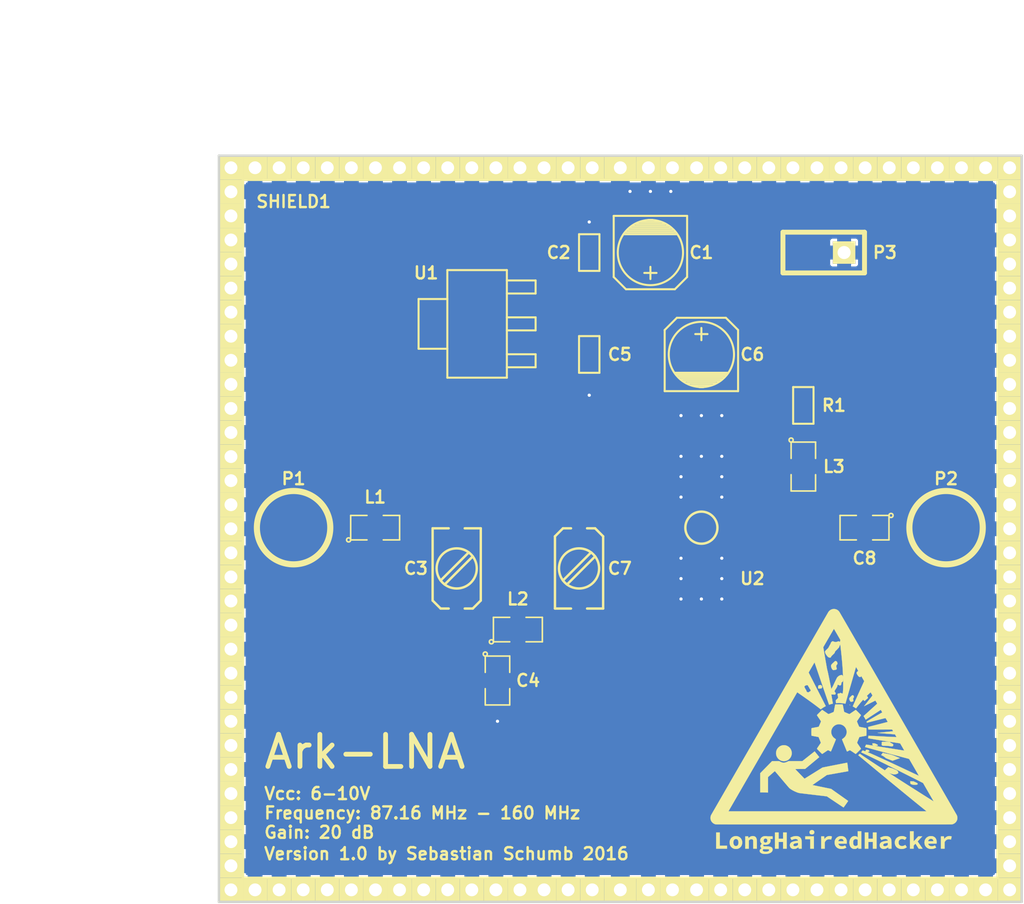
<source format=kicad_pcb>
(kicad_pcb (version 4) (host pcbnew "(2016-01-30 BZR 6528, Git 351752f)-product")
  (layers (0 F.Cu signal) (31 B.Cu signal hide) (34 B.Paste user) (35 F.Paste user) (36 B.SilkS user) (37 F.SilkS user) (38 B.Mask user) (39 F.Mask user) (44 Edge.Cuts user))
  (net 0 "")
  (net 1 GND)
  (net 2 "Net-(C3-Pad2)")
  (net 3 "Net-(C3-Pad1)")
  (net 4 +5V)
  (net 5 "Net-(C7-Pad2)")
  (net 6 "Net-(C7-Pad1)")
  (net 7 "Net-(C8-Pad1)")
  (net 8 "Net-(C8-Pad2)")
  (net 9 "Net-(L1-Pad1)")
  (net 10 "Net-(L3-Pad1)")
  (net 11 "Net-(C1-Pad1)")
  (module smd_capacitors:c_elec_4x5.3 (layer F.Cu) (at 142.875 89.535 270)
    (fp_text reference C1 (at 0 -3.175 360) (layer F.SilkS) (effects (font (size 0.75 0.75))))
    (fp_text value 10uF hide)
    (pad 1 smd rect (at 1.80086 0 270) (size 2.60096 1.6002) (layers F.Cu F.Paste F.Mask) (net 11 "Net-(C1-Pad1)"))
    (pad 2 smd rect (at -1.80086 0 270) (size 2.60096 1.6002) (layers F.Cu F.Paste F.Mask) (net 1 GND))
  )
  (module libcms:SM0603 (layer F.Cu) (at 139.065 89.535 90)
    (fp_text reference C2 (at 0 -1.905 180) (layer F.SilkS) (effects (font (size 0.75 0.75))))
    (fp_text value 100nf hide)
    (pad 1 smd rect (at -0.762 0 90) (size 0.635 1.143) (layers F.Cu F.Paste F.Mask) (net 11 "Net-(C1-Pad1)"))
    (pad 2 smd rect (at 0.762 0 90) (size 0.635 1.143) (layers F.Cu F.Paste F.Mask) (net 1 GND))
  )
  (module misc:TZC3 (layer F.Cu) (at 130.81 109.22 90)
    (fp_text reference C3 (at 0 -2.54 180) (layer F.SilkS) (effects (font (size 0.75 0.75))))
    (fp_text value 3-10pfF hide)
    (pad 2 smd rect (at 2.25 0 90) (size 1.2 1) (layers F.Cu F.Paste F.Mask) (net 2 "Net-(C3-Pad2)"))
    (pad 1 smd rect (at -2.25 0 90) (size 1.2 1) (layers F.Cu F.Paste F.Mask) (net 3 "Net-(C3-Pad1)"))
  )
  (module libcms:SM0805 (layer F.Cu) (at 133.35 116.205 270)
    (fp_text reference C4 (at 0 -1.905 360) (layer F.SilkS) (effects (font (size 0.75 0.75))))
    (fp_text value 33pF hide)
    (pad 1 smd rect (at -0.9525 0 270) (size 0.889 1.397) (layers F.Cu F.Paste F.Mask) (net 3 "Net-(C3-Pad1)"))
    (pad 2 smd rect (at 0.9525 0 270) (size 0.889 1.397) (layers F.Cu F.Paste F.Mask) (net 1 GND))
  )
  (module libcms:SM0603 (layer F.Cu) (at 139.065 95.885 270)
    (fp_text reference C5 (at 0 -1.905 360) (layer F.SilkS) (effects (font (size 0.75 0.75))))
    (fp_text value 100nF hide)
    (pad 1 smd rect (at -0.762 0 270) (size 0.635 1.143) (layers F.Cu F.Paste F.Mask) (net 4 +5V))
    (pad 2 smd rect (at 0.762 0 270) (size 0.635 1.143) (layers F.Cu F.Paste F.Mask) (net 1 GND))
  )
  (module smd_capacitors:c_elec_4x5.3 (layer F.Cu) (at 146.05 95.885 90)
    (fp_text reference C6 (at 0 3.175 180) (layer F.SilkS) (effects (font (size 0.75 0.75))))
    (fp_text value 10uF hide)
    (pad 1 smd rect (at 1.80086 0 90) (size 2.60096 1.6002) (layers F.Cu F.Paste F.Mask) (net 4 +5V))
    (pad 2 smd rect (at -1.80086 0 90) (size 2.60096 1.6002) (layers F.Cu F.Paste F.Mask) (net 1 GND))
  )
  (module misc:TZC3 (layer F.Cu) (at 138.43 109.22 270)
    (fp_text reference C7 (at 0 -2.54 360) (layer F.SilkS) (effects (font (size 0.75 0.75))))
    (fp_text value 3-10pF hide)
    (pad 2 smd rect (at 2.25 0 270) (size 1.2 1) (layers F.Cu F.Paste F.Mask) (net 5 "Net-(C7-Pad2)"))
    (pad 1 smd rect (at -2.25 0 270) (size 1.2 1) (layers F.Cu F.Paste F.Mask) (net 6 "Net-(C7-Pad1)"))
  )
  (module libcms:SM0805 (layer F.Cu) (at 156.21 106.68 180)
    (fp_text reference C8 (at 0 -1.905 180) (layer F.SilkS) (effects (font (size 0.75 0.75))))
    (fp_text value 100pF hide)
    (pad 1 smd rect (at -0.9525 0 180) (size 0.889 1.397) (layers F.Cu F.Paste F.Mask) (net 7 "Net-(C8-Pad1)"))
    (pad 2 smd rect (at 0.9525 0 180) (size 0.889 1.397) (layers F.Cu F.Paste F.Mask) (net 8 "Net-(C8-Pad2)"))
  )
  (module libcms:SM0805 (layer F.Cu) (at 125.73 106.68)
    (fp_text reference L1 (at 0 -1.905) (layer F.SilkS) (effects (font (size 0.75 0.75))))
    (fp_text value 330nH hide)
    (pad 1 smd rect (at -0.9525 0) (size 0.889 1.397) (layers F.Cu F.Paste F.Mask) (net 9 "Net-(L1-Pad1)"))
    (pad 2 smd rect (at 0.9525 0) (size 0.889 1.397) (layers F.Cu F.Paste F.Mask) (net 2 "Net-(C3-Pad2)"))
  )
  (module libcms:SM0805 (layer F.Cu) (at 134.62 113.03)
    (fp_text reference L2 (at 0 -1.905) (layer F.SilkS) (effects (font (size 0.75 0.75))))
    (fp_text value 330nH hide)
    (pad 1 smd rect (at -0.9525 0) (size 0.889 1.397) (layers F.Cu F.Paste F.Mask) (net 3 "Net-(C3-Pad1)"))
    (pad 2 smd rect (at 0.9525 0) (size 0.889 1.397) (layers F.Cu F.Paste F.Mask) (net 5 "Net-(C7-Pad2)"))
  )
  (module libcms:SM0805 (layer F.Cu) (at 152.4 102.87 270)
    (fp_text reference L3 (at 0 -1.905 360) (layer F.SilkS) (effects (font (size 0.75 0.75))))
    (fp_text value 10uH hide)
    (pad 1 smd rect (at -0.9525 0 270) (size 0.889 1.397) (layers F.Cu F.Paste F.Mask) (net 10 "Net-(L3-Pad1)"))
    (pad 2 smd rect (at 0.9525 0 270) (size 0.889 1.397) (layers F.Cu F.Paste F.Mask) (net 8 "Net-(C8-Pad2)"))
  )
  (module libcms:SM0603 (layer F.Cu) (at 152.4 99.06 270)
    (fp_text reference R1 (at 0 -1.905 360) (layer F.SilkS) (effects (font (size 0.75 0.75))))
    (fp_text value 91 hide)
    (pad 1 smd rect (at -0.762 0 270) (size 0.635 1.143) (layers F.Cu F.Paste F.Mask) (net 4 +5V))
    (pad 2 smd rect (at 0.762 0 270) (size 0.635 1.143) (layers F.Cu F.Paste F.Mask) (net 10 "Net-(L3-Pad1)"))
  )
  (module misc:sot223 (layer F.Cu) (at 132.08 93.98 90)
    (fp_text reference U1 (at 3.175 -3.175 180) (layer F.SilkS) (effects (font (size 0.75 0.75))))
    (fp_text value LM1117-5 hide)
    (pad 1 smd rect (at -2.30124 2.99974 90) (size 1.30048 1.80086) (layers F.Cu F.Paste F.Mask) (net 1 GND))
    (pad 2 smd rect (at 0 2.99974 90) (size 1.30048 1.80086) (layers F.Cu F.Paste F.Mask) (net 4 +5V))
    (pad 3 smd rect (at 2.30124 2.99974 90) (size 1.30048 1.80086) (layers F.Cu F.Paste F.Mask) (net 11 "Net-(C1-Pad1)"))
    (pad 4 smd rect (at 0 -2.99974 90) (size 3.79984 1.80086) (layers F.Cu F.Paste F.Mask))
  )
  (module connect:1pin (layer F.Cu) (at 120.65 106.68)
    (fp_text reference P1 (at 0 -3.048) (layer F.SilkS) (effects (font (size 0.75 0.75))))
    (fp_text value CONN_1 hide)
    (pad 1 smd circle (at 0 0) (size 2.5 2.5) (layers F.Cu F.Paste F.Mask) (net 9 "Net-(L1-Pad1)"))
  )
  (module connect:1pin (layer F.Cu) (at 161.29 106.68)
    (fp_text reference P2 (at 0 -3.048) (layer F.SilkS) (effects (font (size 0.75 0.75))))
    (fp_text value CONN_1 hide)
    (pad 1 smd circle (at 0 0) (size 2.5 2.5) (layers F.Cu F.Paste F.Mask) (net 7 "Net-(C8-Pad1)"))
  )
  (module connect:SIL-2 (layer F.Cu) (at 153.67 89.535 180)
    (fp_text reference P3 (at -3.81 0 180) (layer F.SilkS) (effects (font (size 0.75 0.75))))
    (fp_text value CONN_2 hide)
    (pad 1 thru_hole rect (at -1.27 0 180) (size 1.397 1.397) (drill 0.8128) (layers *.Cu *.Mask F.SilkS) (net 1 GND))
    (pad 2 smd circle (at 1.27 0 180) (size 1.397 1.397) (layers F.Cu F.Paste F.Mask) (net 11 "Net-(C1-Pad1)"))
  )
  (module misc:teko371 (layer F.Cu) (at 141 106.75)
    (fp_text reference SHIELD1 (at -20.35 -20.39) (layer F.SilkS) (effects (font (size 0.75 0.75))))
    (fp_text value CONN_1 hide)
    (pad 1 thru_hole rect (at 22.75 -22.5) (size 1.5 1.5) (drill 0.8) (layers *.Cu *.Mask F.SilkS) (net 1 GND))
    (pad 1 thru_hole rect (at 21.25 -22.5) (size 1.5 1.5) (drill 0.8) (layers *.Cu *.Mask F.SilkS) (net 1 GND))
    (pad 1 thru_hole rect (at 19.75 -22.5) (size 1.5 1.5) (drill 0.8) (layers *.Cu *.Mask F.SilkS) (net 1 GND))
    (pad 1 thru_hole rect (at 18.25 -22.5) (size 1.5 1.5) (drill 0.8) (layers *.Cu *.Mask F.SilkS) (net 1 GND))
    (pad 1 thru_hole rect (at 16.75 -22.5) (size 1.5 1.5) (drill 0.8) (layers *.Cu *.Mask F.SilkS) (net 1 GND))
    (pad 1 thru_hole rect (at 15.25 -22.5) (size 1.5 1.5) (drill 0.8) (layers *.Cu *.Mask F.SilkS) (net 1 GND))
    (pad 1 thru_hole rect (at 13.75 -22.5) (size 1.5 1.5) (drill 0.8) (layers *.Cu *.Mask F.SilkS) (net 1 GND))
    (pad 1 thru_hole rect (at 12.25 -22.5) (size 1.5 1.5) (drill 0.8) (layers *.Cu *.Mask F.SilkS) (net 1 GND))
    (pad 1 thru_hole rect (at 10.75 -22.5) (size 1.5 1.5) (drill 0.8) (layers *.Cu *.Mask F.SilkS) (net 1 GND))
    (pad 1 thru_hole rect (at 9.25 -22.5) (size 1.5 1.5) (drill 0.8) (layers *.Cu *.Mask F.SilkS) (net 1 GND))
    (pad 1 thru_hole rect (at 7.75 -22.5) (size 1.5 1.5) (drill 0.8) (layers *.Cu *.Mask F.SilkS) (net 1 GND))
    (pad 1 thru_hole rect (at 6.25 -22.5) (size 1.5 1.5) (drill 0.8) (layers *.Cu *.Mask F.SilkS) (net 1 GND))
    (pad 1 thru_hole rect (at 4.75 -22.5) (size 1.5 1.5) (drill 0.8) (layers *.Cu *.Mask F.SilkS) (net 1 GND))
    (pad 1 thru_hole rect (at 3.25 -22.5) (size 1.5 1.5) (drill 0.8) (layers *.Cu *.Mask F.SilkS) (net 1 GND))
    (pad 1 thru_hole rect (at 1.75 -22.5) (size 1.5 1.5) (drill 0.8) (layers *.Cu *.Mask F.SilkS) (net 1 GND))
    (pad 1 thru_hole rect (at -22.75 -22.5) (size 1.5 1.5) (drill 0.8) (layers *.Cu *.Mask F.SilkS) (net 1 GND))
    (pad 1 thru_hole rect (at -21.25 -22.5) (size 1.5 1.5) (drill 0.8) (layers *.Cu *.Mask F.SilkS) (net 1 GND))
    (pad 1 thru_hole rect (at -19.75 -22.5) (size 1.5 1.5) (drill 0.8) (layers *.Cu *.Mask F.SilkS) (net 1 GND))
    (pad 1 thru_hole rect (at -18.25 -22.5) (size 1.5 1.5) (drill 0.8) (layers *.Cu *.Mask F.SilkS) (net 1 GND))
    (pad 1 thru_hole rect (at -16.75 -22.5) (size 1.5 1.5) (drill 0.8) (layers *.Cu *.Mask F.SilkS) (net 1 GND))
    (pad 1 thru_hole rect (at -15.25 -22.5) (size 1.5 1.5) (drill 0.8) (layers *.Cu *.Mask F.SilkS) (net 1 GND))
    (pad 1 thru_hole rect (at -13.75 -22.5) (size 1.5 1.5) (drill 0.8) (layers *.Cu *.Mask F.SilkS) (net 1 GND))
    (pad 1 thru_hole rect (at -12.25 -22.5) (size 1.5 1.5) (drill 0.8) (layers *.Cu *.Mask F.SilkS) (net 1 GND))
    (pad 1 thru_hole rect (at -10.75 -22.5) (size 1.5 1.5) (drill 0.8) (layers *.Cu *.Mask F.SilkS) (net 1 GND))
    (pad 1 thru_hole rect (at -9.25 -22.5) (size 1.5 1.5) (drill 0.8) (layers *.Cu *.Mask F.SilkS) (net 1 GND))
    (pad 1 thru_hole rect (at -7.75 -22.5) (size 1.5 1.5) (drill 0.8) (layers *.Cu *.Mask F.SilkS) (net 1 GND))
    (pad 1 thru_hole rect (at -6.25 -22.5) (size 1.5 1.5) (drill 0.8) (layers *.Cu *.Mask F.SilkS) (net 1 GND))
    (pad 1 thru_hole rect (at -4.75 -22.5) (size 1.5 1.5) (drill 0.8) (layers *.Cu *.Mask F.SilkS) (net 1 GND))
    (pad 1 thru_hole rect (at -3.25 -22.5) (size 1.5 1.5) (drill 0.8) (layers *.Cu *.Mask F.SilkS) (net 1 GND))
    (pad 1 thru_hole rect (at -1.75 -22.5) (size 1.5 1.5) (drill 0.8) (layers *.Cu *.Mask F.SilkS) (net 1 GND))
    (pad 1 thru_hole rect (at 0 -22.5) (size 2 1.5) (drill 0.8) (layers *.Cu *.Mask F.SilkS) (net 1 GND))
    (pad 1 thru_hole rect (at 24.25 22.5) (size 1.5 1.5) (drill 0.8) (layers *.Cu *.Mask F.SilkS) (net 1 GND))
    (pad 1 thru_hole rect (at 24.25 21) (size 1.5 1.5) (drill 0.8) (layers *.Cu *.Mask F.SilkS) (net 1 GND))
    (pad 1 thru_hole rect (at 24.25 19.5) (size 1.5 1.5) (drill 0.8) (layers *.Cu *.Mask F.SilkS) (net 1 GND))
    (pad 1 thru_hole rect (at 24.25 18) (size 1.5 1.5) (drill 0.8) (layers *.Cu *.Mask F.SilkS) (net 1 GND))
    (pad 1 thru_hole rect (at 24.25 16.5) (size 1.5 1.5) (drill 0.8) (layers *.Cu *.Mask F.SilkS) (net 1 GND))
    (pad 1 thru_hole rect (at 24.25 15) (size 1.5 1.5) (drill 0.8) (layers *.Cu *.Mask F.SilkS) (net 1 GND))
    (pad 1 thru_hole rect (at 24.25 13.5) (size 1.5 1.5) (drill 0.8) (layers *.Cu *.Mask F.SilkS) (net 1 GND))
    (pad 1 thru_hole rect (at 24.25 12) (size 1.5 1.5) (drill 0.8) (layers *.Cu *.Mask F.SilkS) (net 1 GND))
    (pad 1 thru_hole rect (at 24.25 10.5) (size 1.5 1.5) (drill 0.8) (layers *.Cu *.Mask F.SilkS) (net 1 GND))
    (pad 1 thru_hole rect (at 24.25 9) (size 1.5 1.5) (drill 0.8) (layers *.Cu *.Mask F.SilkS) (net 1 GND))
    (pad 1 thru_hole rect (at 24.25 7.5) (size 1.5 1.5) (drill 0.8) (layers *.Cu *.Mask F.SilkS) (net 1 GND))
    (pad 1 thru_hole rect (at 24.25 6) (size 1.5 1.5) (drill 0.8) (layers *.Cu *.Mask F.SilkS) (net 1 GND))
    (pad 1 thru_hole rect (at 24.25 4.5) (size 1.5 1.5) (drill 0.8) (layers *.Cu *.Mask F.SilkS) (net 1 GND))
    (pad 1 thru_hole rect (at 24.25 3) (size 1.5 1.5) (drill 0.8) (layers *.Cu *.Mask F.SilkS) (net 1 GND))
    (pad 1 thru_hole rect (at 24.25 1.5) (size 1.5 1.5) (drill 0.8) (layers *.Cu *.Mask F.SilkS) (net 1 GND))
    (pad 1 thru_hole rect (at 24.25 0) (size 1.5 1.5) (drill 0.8) (layers *.Cu *.Mask F.SilkS) (net 1 GND))
    (pad 1 thru_hole rect (at 24.25 -1.5) (size 1.5 1.5) (drill 0.8) (layers *.Cu *.Mask F.SilkS) (net 1 GND))
    (pad 1 thru_hole rect (at 24.25 -3) (size 1.5 1.5) (drill 0.8) (layers *.Cu *.Mask F.SilkS) (net 1 GND))
    (pad 1 thru_hole rect (at 24.25 -4.5) (size 1.5 1.5) (drill 0.8) (layers *.Cu *.Mask F.SilkS) (net 1 GND))
    (pad 1 thru_hole rect (at 24.25 -6) (size 1.5 1.5) (drill 0.8) (layers *.Cu *.Mask F.SilkS) (net 1 GND))
    (pad 1 thru_hole rect (at 24.25 -7.5) (size 1.5 1.5) (drill 0.8) (layers *.Cu *.Mask F.SilkS) (net 1 GND))
    (pad 1 thru_hole rect (at 24.25 -9) (size 1.5 1.5) (drill 0.8) (layers *.Cu *.Mask F.SilkS) (net 1 GND))
    (pad 1 thru_hole rect (at 24.25 -10.5) (size 1.5 1.5) (drill 0.8) (layers *.Cu *.Mask F.SilkS) (net 1 GND))
    (pad 1 thru_hole rect (at 24.25 -12) (size 1.5 1.5) (drill 0.8) (layers *.Cu *.Mask F.SilkS) (net 1 GND))
    (pad 1 thru_hole rect (at 24.25 -13.5) (size 1.5 1.5) (drill 0.8) (layers *.Cu *.Mask F.SilkS) (net 1 GND))
    (pad 1 thru_hole rect (at 24.25 -15) (size 1.5 1.5) (drill 0.8) (layers *.Cu *.Mask F.SilkS) (net 1 GND))
    (pad 1 thru_hole rect (at 24.25 -16.5) (size 1.5 1.5) (drill 0.8) (layers *.Cu *.Mask F.SilkS) (net 1 GND))
    (pad 1 thru_hole rect (at 24.25 -18) (size 1.5 1.5) (drill 0.8) (layers *.Cu *.Mask F.SilkS) (net 1 GND))
    (pad 1 thru_hole rect (at 24.25 -19.5) (size 1.5 1.5) (drill 0.8) (layers *.Cu *.Mask F.SilkS) (net 1 GND))
    (pad 1 thru_hole rect (at 24.25 -21) (size 1.5 1.5) (drill 0.8) (layers *.Cu *.Mask F.SilkS) (net 1 GND))
    (pad 1 thru_hole rect (at 24.25 -22.5) (size 1.5 1.5) (drill 0.8) (layers *.Cu *.Mask F.SilkS) (net 1 GND))
    (pad 1 thru_hole rect (at -24.25 -22.5) (size 1.5 1.5) (drill 0.8) (layers *.Cu *.Mask F.SilkS) (net 1 GND))
    (pad 1 thru_hole rect (at -24.25 -21) (size 1.5 1.5) (drill 0.8) (layers *.Cu *.Mask F.SilkS) (net 1 GND))
    (pad 1 thru_hole rect (at -24.25 -19.5) (size 1.5 1.5) (drill 0.8) (layers *.Cu *.Mask F.SilkS) (net 1 GND))
    (pad 1 thru_hole rect (at -24.25 -18) (size 1.5 1.5) (drill 0.8) (layers *.Cu *.Mask F.SilkS) (net 1 GND))
    (pad 1 thru_hole rect (at -24.25 -16.5) (size 1.5 1.5) (drill 0.8) (layers *.Cu *.Mask F.SilkS) (net 1 GND))
    (pad 1 thru_hole rect (at -24.25 -15) (size 1.5 1.5) (drill 0.8) (layers *.Cu *.Mask F.SilkS) (net 1 GND))
    (pad 1 thru_hole rect (at -24.25 -13.5) (size 1.5 1.5) (drill 0.8) (layers *.Cu *.Mask F.SilkS) (net 1 GND))
    (pad 1 thru_hole rect (at -24.25 -12) (size 1.5 1.5) (drill 0.8) (layers *.Cu *.Mask F.SilkS) (net 1 GND))
    (pad 1 thru_hole rect (at -24.25 -10.5) (size 1.5 1.5) (drill 0.8) (layers *.Cu *.Mask F.SilkS) (net 1 GND))
    (pad 1 thru_hole rect (at -24.25 -9) (size 1.5 1.5) (drill 0.8) (layers *.Cu *.Mask F.SilkS) (net 1 GND))
    (pad 1 thru_hole rect (at -24.25 -7.5) (size 1.5 1.5) (drill 0.8) (layers *.Cu *.Mask F.SilkS) (net 1 GND))
    (pad 1 thru_hole rect (at -24.25 -6) (size 1.5 1.5) (drill 0.8) (layers *.Cu *.Mask F.SilkS) (net 1 GND))
    (pad 1 thru_hole rect (at -24.25 -4.5) (size 1.5 1.5) (drill 0.8) (layers *.Cu *.Mask F.SilkS) (net 1 GND))
    (pad 1 thru_hole rect (at -24.25 -3) (size 1.5 1.5) (drill 0.8) (layers *.Cu *.Mask F.SilkS) (net 1 GND))
    (pad 1 thru_hole rect (at -24.25 -1.5) (size 1.5 1.5) (drill 0.8) (layers *.Cu *.Mask F.SilkS) (net 1 GND))
    (pad 1 thru_hole rect (at -24.25 0) (size 1.5 1.5) (drill 0.8) (layers *.Cu *.Mask F.SilkS) (net 1 GND))
    (pad 1 thru_hole rect (at -24.25 1.5) (size 1.5 1.5) (drill 0.8) (layers *.Cu *.Mask F.SilkS) (net 1 GND))
    (pad 1 thru_hole rect (at -24.25 3) (size 1.5 1.5) (drill 0.8) (layers *.Cu *.Mask F.SilkS) (net 1 GND))
    (pad 1 thru_hole rect (at -24.25 4.5) (size 1.5 1.5) (drill 0.8) (layers *.Cu *.Mask F.SilkS) (net 1 GND))
    (pad 1 thru_hole rect (at -24.25 6) (size 1.5 1.5) (drill 0.8) (layers *.Cu *.Mask F.SilkS) (net 1 GND))
    (pad 1 thru_hole rect (at -24.25 7.5) (size 1.5 1.5) (drill 0.8) (layers *.Cu *.Mask F.SilkS) (net 1 GND))
    (pad 1 thru_hole rect (at -24.25 9) (size 1.5 1.5) (drill 0.8) (layers *.Cu *.Mask F.SilkS) (net 1 GND))
    (pad 1 thru_hole rect (at -24.25 10.5) (size 1.5 1.5) (drill 0.8) (layers *.Cu *.Mask F.SilkS) (net 1 GND))
    (pad 1 thru_hole rect (at -24.25 12) (size 1.5 1.5) (drill 0.8) (layers *.Cu *.Mask F.SilkS) (net 1 GND))
    (pad 1 thru_hole rect (at -24.25 13.5) (size 1.5 1.5) (drill 0.8) (layers *.Cu *.Mask F.SilkS) (net 1 GND))
    (pad 1 thru_hole rect (at -24.25 15) (size 1.5 1.5) (drill 0.8) (layers *.Cu *.Mask F.SilkS) (net 1 GND))
    (pad 1 thru_hole rect (at -24.25 16.5) (size 1.5 1.5) (drill 0.8) (layers *.Cu *.Mask F.SilkS) (net 1 GND))
    (pad 1 thru_hole rect (at -24.25 18) (size 1.5 1.5) (drill 0.8) (layers *.Cu *.Mask F.SilkS) (net 1 GND))
    (pad 1 thru_hole rect (at -24.25 19.5) (size 1.5 1.5) (drill 0.8) (layers *.Cu *.Mask F.SilkS) (net 1 GND))
    (pad 1 thru_hole rect (at -24.25 21) (size 1.5 1.5) (drill 0.8) (layers *.Cu *.Mask F.SilkS) (net 1 GND))
    (pad 1 thru_hole rect (at -24.25 22.5) (size 1.5 1.5) (drill 0.8) (layers *.Cu *.Mask F.SilkS) (net 1 GND))
    (pad 1 thru_hole rect (at 0 22.5) (size 2 1.5) (drill 0.8) (layers *.Cu *.Mask F.SilkS) (net 1 GND))
    (pad 1 thru_hole rect (at -1.75 22.5) (size 1.5 1.5) (drill 0.8) (layers *.Cu *.Mask F.SilkS) (net 1 GND))
    (pad 1 thru_hole rect (at -3.25 22.5) (size 1.5 1.5) (drill 0.8) (layers *.Cu *.Mask F.SilkS) (net 1 GND))
    (pad 1 thru_hole rect (at -4.75 22.5) (size 1.5 1.5) (drill 0.8) (layers *.Cu *.Mask F.SilkS) (net 1 GND))
    (pad 1 thru_hole rect (at -6.25 22.5) (size 1.5 1.5) (drill 0.8) (layers *.Cu *.Mask F.SilkS) (net 1 GND))
    (pad 1 thru_hole rect (at -7.75 22.5) (size 1.5 1.5) (drill 0.8) (layers *.Cu *.Mask F.SilkS) (net 1 GND))
    (pad 1 thru_hole rect (at -9.25 22.5) (size 1.5 1.5) (drill 0.8) (layers *.Cu *.Mask F.SilkS) (net 1 GND))
    (pad 1 thru_hole rect (at -10.75 22.5) (size 1.5 1.5) (drill 0.8) (layers *.Cu *.Mask F.SilkS) (net 1 GND))
    (pad 1 thru_hole rect (at -12.25 22.5) (size 1.5 1.5) (drill 0.8) (layers *.Cu *.Mask F.SilkS) (net 1 GND))
    (pad 1 thru_hole rect (at -13.75 22.5) (size 1.5 1.5) (drill 0.8) (layers *.Cu *.Mask F.SilkS) (net 1 GND))
    (pad 1 thru_hole rect (at -15.25 22.5) (size 1.5 1.5) (drill 0.8) (layers *.Cu *.Mask F.SilkS) (net 1 GND))
    (pad 1 thru_hole rect (at -16.75 22.5) (size 1.5 1.5) (drill 0.8) (layers *.Cu *.Mask F.SilkS) (net 1 GND))
    (pad 1 thru_hole rect (at -18.25 22.5) (size 1.5 1.5) (drill 0.8) (layers *.Cu *.Mask F.SilkS) (net 1 GND))
    (pad 1 thru_hole rect (at -19.75 22.5) (size 1.5 1.5) (drill 0.8) (layers *.Cu *.Mask F.SilkS) (net 1 GND))
    (pad 1 thru_hole rect (at -21.25 22.5) (size 1.5 1.5) (drill 0.8) (layers *.Cu *.Mask F.SilkS) (net 1 GND))
    (pad 1 thru_hole rect (at -22.75 22.5) (size 1.5 1.5) (drill 0.8) (layers *.Cu *.Mask F.SilkS) (net 1 GND))
    (pad 1 thru_hole rect (at 1.75 22.5) (size 1.5 1.5) (drill 0.8) (layers *.Cu *.Mask F.SilkS) (net 1 GND))
    (pad 1 thru_hole rect (at 3.25 22.5) (size 1.5 1.5) (drill 0.8) (layers *.Cu *.Mask F.SilkS) (net 1 GND))
    (pad 1 thru_hole rect (at 4.75 22.5) (size 1.5 1.5) (drill 0.8) (layers *.Cu *.Mask F.SilkS) (net 1 GND))
    (pad 1 thru_hole rect (at 6.25 22.5) (size 1.5 1.5) (drill 0.8) (layers *.Cu *.Mask F.SilkS) (net 1 GND))
    (pad 1 thru_hole rect (at 7.75 22.5) (size 1.5 1.5) (drill 0.8) (layers *.Cu *.Mask F.SilkS) (net 1 GND))
    (pad 1 thru_hole rect (at 9.25 22.5) (size 1.5 1.5) (drill 0.8) (layers *.Cu *.Mask F.SilkS) (net 1 GND))
    (pad 1 thru_hole rect (at 10.75 22.5) (size 1.5 1.5) (drill 0.8) (layers *.Cu *.Mask F.SilkS) (net 1 GND))
    (pad 1 thru_hole rect (at 12.25 22.5) (size 1.5 1.5) (drill 0.8) (layers *.Cu *.Mask F.SilkS) (net 1 GND))
    (pad 1 thru_hole rect (at 13.75 22.5) (size 1.5 1.5) (drill 0.8) (layers *.Cu *.Mask F.SilkS) (net 1 GND))
    (pad 1 thru_hole rect (at 15.25 22.5) (size 1.5 1.5) (drill 0.8) (layers *.Cu *.Mask F.SilkS) (net 1 GND))
    (pad 1 thru_hole rect (at 16.75 22.5) (size 1.5 1.5) (drill 0.8) (layers *.Cu *.Mask F.SilkS) (net 1 GND))
    (pad 1 thru_hole rect (at 18.25 22.5) (size 1.5 1.5) (drill 0.8) (layers *.Cu *.Mask F.SilkS) (net 1 GND))
    (pad 1 thru_hole rect (at 19.75 22.5) (size 1.5 1.5) (drill 0.8) (layers *.Cu *.Mask F.SilkS) (net 1 GND))
    (pad 1 thru_hole rect (at 21.25 22.5) (size 1.5 1.5) (drill 0.8) (layers *.Cu *.Mask F.SilkS) (net 1 GND))
    (pad 1 thru_hole rect (at 22.75 22.5) (size 1.5 1.5) (drill 0.8) (layers *.Cu *.Mask F.SilkS) (net 1 GND))
  )
  (module misc:logo (layer F.Cu) (at 154.305 119.38)
    (fp_text reference G*** hide)
    (fp_text value LOGO hide)
  )
  (module misc:VV105 (layer F.Cu) (at 146.05 106.68 270)
    (fp_text reference U2 (at 3.175 -3.175 360) (layer F.SilkS) (effects (font (size 0.75 0.75))))
    (fp_text value MAR-6+ hide)
    (pad 1 smd rect (at 0 2.25 270) (size 1.1 2) (layers F.Cu F.Paste F.Mask) (net 6 "Net-(C7-Pad1)"))
    (pad 3 smd rect (at 0 -2.25 270) (size 1.1 2) (layers F.Cu F.Paste F.Mask) (net 8 "Net-(C8-Pad2)"))
    (pad 2 smd rect (at 2.25 0) (size 1.1 2) (layers F.Cu F.Paste F.Mask) (net 1 GND))
    (pad 4 smd rect (at -2.25 0) (size 1.1 2) (layers F.Cu F.Paste F.Mask) (net 1 GND))
  )
  (gr_text "Vcc: 6-10V\nFrequency: 87.16 MHz - 160 MHz\nGain: 20 dB" (at 118.745 124.46) (layer F.SilkS) (effects (font (size 0.75 0.75)) (justify left)))
  (gr_text "Version 1.0 by Sebastian Schumb 2016" (at 130.175 127) (layer F.SilkS) (effects (font (size 0.75 0.75))))
  (gr_text Ark-LNA (at 125.095 120.65) (layer F.SilkS) (effects (font (size 2 2) (thickness 0.3))))
  (gr_line (start 116 130) (end 116 83.5) (angle 90) (layer Edge.Cuts) (width 0.15))
  (gr_line (start 166 130) (end 116 130) (angle 90) (layer Edge.Cuts) (width 0.15))
  (gr_line (start 166 83.5) (end 166 130) (angle 90) (layer Edge.Cuts) (width 0.15))
  (gr_line (start 116 83.5) (end 166 83.5) (angle 90) (layer Edge.Cuts) (width 0.15))
  (segment (start 146.05 108.93) (end 146.05 111.125) (width 1) (layer F.Cu) (net 1))
  (via (at 146.05 111.125) (size 0.6) (drill 0.2) (layers F.Cu B.Cu) (net 1))
  (via (at 147.32 104.775) (size 0.6) (drill 0.2) (layers F.Cu B.Cu) (net 1))
  (segment (start 147.32 103.505) (end 147.32 104.775) (width 1) (layer F.Cu) (net 1))
  (via (at 144.78 104.775) (size 0.6) (drill 0.2) (layers F.Cu B.Cu) (net 1))
  (segment (start 144.78 104.775) (end 144.78 103.505) (width 1) (layer F.Cu) (net 1))
  (via (at 144.78 103.505) (size 0.6) (drill 0.2) (layers F.Cu B.Cu) (net 1))
  (via (at 144.78 102.235) (size 0.6) (drill 0.2) (layers F.Cu B.Cu) (net 1))
  (segment (start 146.05 102.235) (end 144.78 102.235) (width 1) (layer F.Cu) (net 1))
  (segment (start 144.78 102.235) (end 144.78 103.505) (width 1) (layer F.Cu) (net 1))
  (via (at 146.05 102.235) (size 0.6) (drill 0.2) (layers F.Cu B.Cu) (net 1))
  (segment (start 145.161 103.886) (end 144.78 103.505) (width 1) (layer F.Cu) (net 1))
  (segment (start 146.05 103.886) (end 145.161 103.886) (width 1) (layer F.Cu) (net 1))
  (via (at 147.32 103.505) (size 0.6) (drill 0.2) (layers F.Cu B.Cu) (net 1))
  (segment (start 146.05 104.43) (end 146.05 102.235) (width 1) (layer F.Cu) (net 1))
  (segment (start 146.05 103.886) (end 146.939 103.886) (width 1) (layer F.Cu) (net 1))
  (segment (start 146.939 103.886) (end 147.32 103.505) (width 1) (layer F.Cu) (net 1))
  (segment (start 146.05 109.474) (end 145.161 109.474) (width 1) (layer F.Cu) (net 1))
  (segment (start 145.161 109.474) (end 144.78 109.855) (width 1) (layer F.Cu) (net 1))
  (segment (start 144.78 109.855) (end 144.78 108.585) (width 1) (layer F.Cu) (net 1))
  (via (at 144.78 108.585) (size 0.6) (drill 0.2) (layers F.Cu B.Cu) (net 1))
  (segment (start 144.78 111.125) (end 144.78 109.855) (width 1) (layer F.Cu) (net 1))
  (via (at 144.78 109.855) (size 0.6) (drill 0.2) (layers F.Cu B.Cu) (net 1))
  (segment (start 146.05 111.125) (end 144.78 111.125) (width 1) (layer F.Cu) (net 1))
  (via (at 144.78 111.125) (size 0.6) (drill 0.2) (layers F.Cu B.Cu) (net 1))
  (segment (start 146.05 109.474) (end 146.939 109.474) (width 1) (layer F.Cu) (net 1))
  (segment (start 146.939 109.474) (end 147.32 109.855) (width 1) (layer F.Cu) (net 1))
  (segment (start 147.32 109.855) (end 147.32 108.585) (width 1) (layer F.Cu) (net 1))
  (via (at 147.32 108.585) (size 0.6) (drill 0.2) (layers F.Cu B.Cu) (net 1))
  (segment (start 147.32 111.125) (end 147.32 109.855) (width 1) (layer F.Cu) (net 1))
  (via (at 147.32 109.855) (size 0.6) (drill 0.2) (layers F.Cu B.Cu) (net 1))
  (segment (start 146.05 111.125) (end 147.32 111.125) (width 1) (layer F.Cu) (net 1))
  (via (at 147.32 111.125) (size 0.6) (drill 0.2) (layers F.Cu B.Cu) (net 1))
  (segment (start 146.05 109.474) (end 146.05 111.125) (width 1) (layer F.Cu) (net 1))
  (segment (start 147.32 102.235) (end 147.32 103.505) (width 1) (layer F.Cu) (net 1))
  (segment (start 146.05 102.235) (end 147.32 102.235) (width 1) (layer F.Cu) (net 1))
  (via (at 147.32 102.235) (size 0.6) (drill 0.2) (layers F.Cu B.Cu) (net 1))
  (segment (start 146.05 103.886) (end 146.05 102.235) (width 1) (layer F.Cu) (net 1))
  (segment (start 133.35 117.1575) (end 133.35 118.745) (width 1) (layer F.Cu) (net 1))
  (via (at 133.35 118.745) (size 0.6) (drill 0.2) (layers F.Cu B.Cu) (net 1))
  (segment (start 142.875 85.725) (end 141.605 85.725) (width 1) (layer F.Cu) (net 1))
  (via (at 141.605 85.725) (size 0.6) (drill 0.2) (layers F.Cu B.Cu) (net 1))
  (segment (start 142.875 85.725) (end 144.145 85.725) (width 1) (layer F.Cu) (net 1))
  (via (at 144.145 85.725) (size 0.6) (drill 0.2) (layers F.Cu B.Cu) (net 1))
  (segment (start 146.05 99.695) (end 147.32 99.695) (width 1) (layer F.Cu) (net 1))
  (via (at 147.32 99.695) (size 0.6) (drill 0.2) (layers F.Cu B.Cu) (net 1))
  (segment (start 146.05 99.695) (end 144.78 99.695) (width 1) (layer F.Cu) (net 1))
  (via (at 144.78 99.695) (size 0.6) (drill 0.2) (layers F.Cu B.Cu) (net 1))
  (segment (start 142.875 87.73414) (end 142.875 85.725) (width 1) (layer F.Cu) (net 1))
  (via (at 142.875 85.725) (size 0.6) (drill 0.2) (layers F.Cu B.Cu) (net 1))
  (via (at 146.05 99.695) (size 0.6) (drill 0.2) (layers F.Cu B.Cu) (net 1))
  (segment (start 146.05 97.68586) (end 146.05 99.695) (width 1) (layer F.Cu) (net 1))
  (segment (start 139.065 97.155) (end 137.16 97.155) (width 1) (layer F.Cu) (net 1))
  (segment (start 137.16 97.155) (end 136.28624 96.28124) (width 1) (layer F.Cu) (net 1))
  (segment (start 136.28624 96.28124) (end 135.07974 96.28124) (width 1) (layer F.Cu) (net 1))
  (segment (start 139.065 96.647) (end 139.065 97.155) (width 1) (layer F.Cu) (net 1))
  (segment (start 139.065 97.155) (end 139.065 98.425) (width 1) (layer F.Cu) (net 1))
  (via (at 139.065 98.425) (size 0.6) (drill 0.2) (layers F.Cu B.Cu) (net 1))
  (segment (start 139.065 88.773) (end 139.065 87.63) (width 1) (layer F.Cu) (net 1))
  (via (at 139.065 87.63) (size 0.6) (drill 0.2) (layers F.Cu B.Cu) (net 1))
  (segment (start 127.635 106.68) (end 130.52 106.68) (width 2.18) (layer F.Cu) (net 2))
  (segment (start 126.6825 106.68) (end 127.635 106.68) (width 1) (layer F.Cu) (net 2))
  (segment (start 130.52 106.68) (end 130.81 106.97) (width 2.18) (layer F.Cu) (net 2))
  (segment (start 130.52 106.68) (end 130.81 106.97) (width 0.5) (layer F.Cu) (net 2))
  (segment (start 130.52 106.68) (end 130.81 106.97) (width 0.25) (layer F.Cu) (net 2))
  (segment (start 133.35 115.2525) (end 133.35 113.3475) (width 1) (layer F.Cu) (net 3))
  (segment (start 133.35 113.3475) (end 133.6675 113.03) (width 1) (layer F.Cu) (net 3))
  (segment (start 133.6675 113.03) (end 132.715 113.03) (width 1) (layer F.Cu) (net 3))
  (segment (start 130.81 112.395) (end 131.445 113.03) (width 2.18) (layer F.Cu) (net 3))
  (segment (start 131.445 113.03) (end 132.715 113.03) (width 2.18) (layer F.Cu) (net 3))
  (segment (start 130.81 112.395) (end 130.81 111.47) (width 2.18) (layer F.Cu) (net 3))
  (segment (start 131.1 111.76) (end 130.81 111.47) (width 0.5) (layer F.Cu) (net 3))
  (segment (start 131.1 111.76) (end 130.81 111.47) (width 0.25) (layer F.Cu) (net 3))
  (segment (start 146.05 94.08414) (end 150.59914 94.08414) (width 1) (layer F.Cu) (net 4))
  (segment (start 150.59914 94.08414) (end 152.4 95.885) (width 1) (layer F.Cu) (net 4))
  (segment (start 152.4 95.885) (end 152.4 98.298) (width 1) (layer F.Cu) (net 4))
  (segment (start 139.065 93.98) (end 145.94586 93.98) (width 1) (layer F.Cu) (net 4))
  (segment (start 145.94586 93.98) (end 146.05 94.08414) (width 1) (layer F.Cu) (net 4))
  (segment (start 139.065 93.98) (end 139.065 95.123) (width 1) (layer F.Cu) (net 4))
  (segment (start 135.07974 93.98) (end 139.065 93.98) (width 1) (layer F.Cu) (net 4))
  (segment (start 135.5725 113.03) (end 136.525 113.03) (width 1) (layer F.Cu) (net 5))
  (segment (start 138.43 112.395) (end 137.795 113.03) (width 2.18) (layer F.Cu) (net 5))
  (segment (start 137.795 113.03) (end 136.525 113.03) (width 2.18) (layer F.Cu) (net 5))
  (segment (start 138.43 112.395) (end 138.43 111.47) (width 2.18) (layer F.Cu) (net 5))
  (segment (start 142.24 106.68) (end 138.72 106.68) (width 2.18) (layer F.Cu) (net 6))
  (segment (start 138.72 106.68) (end 138.43 106.97) (width 2.18) (layer F.Cu) (net 6))
  (segment (start 143.256 106.68) (end 142.24 106.68) (width 1) (layer F.Cu) (net 6))
  (segment (start 138.72 106.68) (end 138.43 106.97) (width 0.25) (layer F.Cu) (net 6))
  (segment (start 158.115 106.68) (end 161.29 106.68) (width 2.18) (layer F.Cu) (net 7))
  (segment (start 157.1625 106.68) (end 158.115 106.68) (width 1) (layer F.Cu) (net 7))
  (segment (start 148.844 106.68) (end 149.86 106.68) (width 1) (layer F.Cu) (net 8))
  (segment (start 152.4 103.8225) (end 152.4 106.68) (width 1) (layer F.Cu) (net 8))
  (segment (start 152.4 106.68) (end 152.4 107.315) (width 1) (layer F.Cu) (net 8))
  (segment (start 152.4 107.315) (end 152.4 106.68) (width 1) (layer F.Cu) (net 8))
  (segment (start 149.86 106.68) (end 152.4 106.68) (width 2.18) (layer F.Cu) (net 8))
  (segment (start 152.4 106.68) (end 154.305 106.68) (width 2.18) (layer F.Cu) (net 8))
  (segment (start 155.2575 106.68) (end 154.94 106.68) (width 1) (layer F.Cu) (net 8))
  (segment (start 123.825 106.68) (end 120.65 106.68) (width 2.18) (layer F.Cu) (net 9))
  (segment (start 124.7775 106.68) (end 123.825 106.68) (width 1) (layer F.Cu) (net 9))
  (segment (start 152.4 101.9175) (end 152.4 99.822) (width 1) (layer F.Cu) (net 10))
  (segment (start 140.97 91.67876) (end 150.25624 91.67876) (width 1) (layer F.Cu) (net 11))
  (segment (start 150.25624 91.67876) (end 152.4 89.535) (width 1) (layer F.Cu) (net 11))
  (segment (start 139.065 90.297) (end 139.065 91.67876) (width 1) (layer F.Cu) (net 11))
  (segment (start 139.065 91.67876) (end 139.065 91.44) (width 1) (layer F.Cu) (net 11))
  (segment (start 139.065 91.44) (end 139.065 91.67876) (width 1) (layer F.Cu) (net 11))
  (segment (start 135.07974 91.67876) (end 139.065 91.67876) (width 1) (layer F.Cu) (net 11))
  (segment (start 139.065 91.67876) (end 140.97 91.67876) (width 1) (layer F.Cu) (net 11))
  (segment (start 140.97 91.67876) (end 142.5321 91.67876) (width 1) (layer F.Cu) (net 11))
  (segment (start 142.5321 91.67876) (end 142.875 91.33586) (width 1) (layer F.Cu) (net 11))
  (zone (net 1) (net_name GND) (layer B.Cu) (connect_pads (clearance 0.17)) (min_thickness 0.17) (fill yes (arc_segments 16) (thermal_gap 0.17) (thermal_bridge_width 2))
    (polygon (pts (xy 116.205 83.82) (xy 165.735 83.82) (xy 165.735 129.54) (xy 116.205 129.54)))
  )
)
</source>
